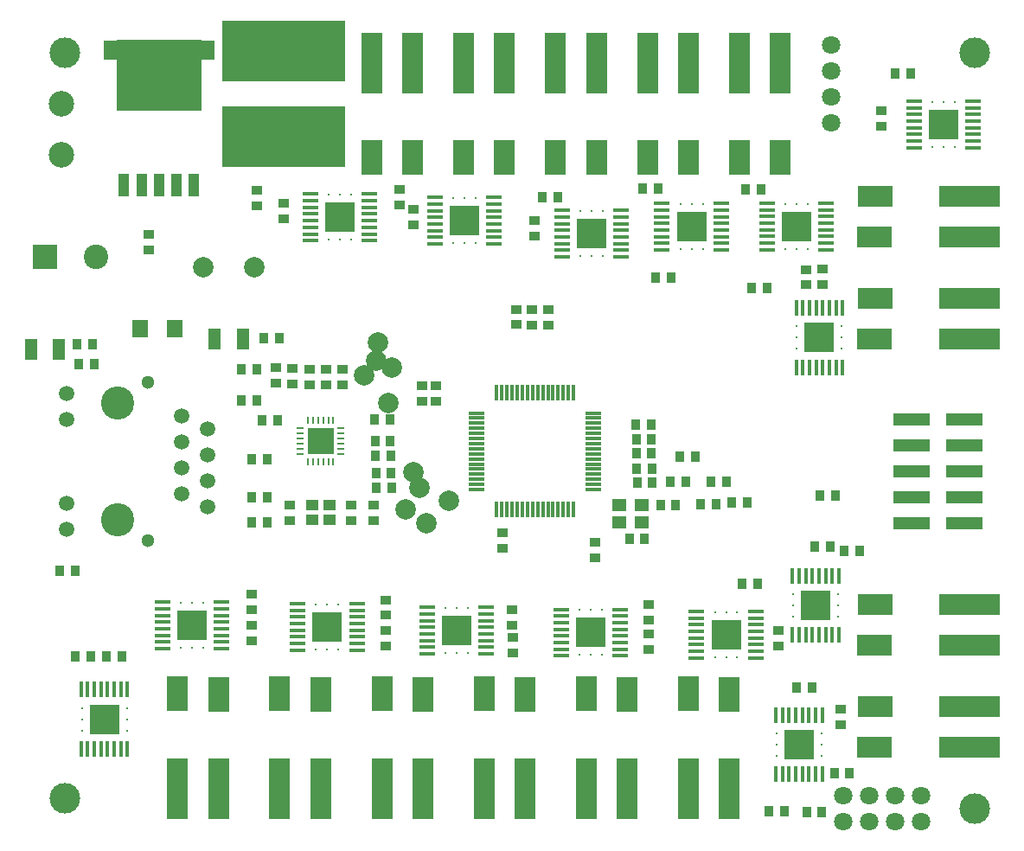
<source format=gts>
G04 #@! TF.FileFunction,Soldermask,Top*
%FSLAX46Y46*%
G04 Gerber Fmt 4.6, Leading zero omitted, Abs format (unit mm)*
G04 Created by KiCad (PCBNEW 4.0.7-e2-6376~58~ubuntu16.04.1) date Mon Aug 27 17:08:27 2018*
%MOMM*%
%LPD*%
G01*
G04 APERTURE LIST*
%ADD10C,0.050000*%
%ADD11R,0.899160X1.000760*%
%ADD12R,0.900000X1.000000*%
%ADD13C,3.000000*%
%ADD14R,1.000760X0.899160*%
%ADD15R,1.000000X0.900000*%
%ADD16R,2.400000X2.400000*%
%ADD17C,2.400000*%
%ADD18C,2.000000*%
%ADD19R,1.250000X2.000000*%
%ADD20R,1.520000X1.680000*%
%ADD21R,3.560000X1.270000*%
%ADD22R,2.000000X3.500000*%
%ADD23R,2.000000X6.000000*%
%ADD24C,1.800000*%
%ADD25R,3.500000X2.000000*%
%ADD26R,6.000000X2.000000*%
%ADD27R,12.000000X6.000000*%
%ADD28R,3.000000X3.000000*%
%ADD29C,0.300000*%
%ADD30R,1.500000X0.450000*%
%ADD31R,0.450000X1.500000*%
%ADD32R,2.499360X2.499360*%
%ADD33O,0.800100X0.248920*%
%ADD34O,0.248920X0.800100*%
%ADD35C,1.500000*%
%ADD36C,3.250000*%
%ADD37C,1.300000*%
%ADD38C,0.780000*%
%ADD39R,10.800000X1.910000*%
%ADD40R,1.070000X2.160000*%
%ADD41R,8.330000X6.990000*%
%ADD42R,1.400000X1.200000*%
%ADD43R,1.200000X1.100000*%
%ADD44R,1.500000X0.300000*%
%ADD45R,0.300000X1.500000*%
%ADD46C,2.500000*%
G04 APERTURE END LIST*
D10*
D11*
X149818160Y-80020000D03*
D12*
X151321840Y-80020000D03*
D13*
X92000000Y-131000000D03*
X92000000Y-58000000D03*
X181000000Y-132000000D03*
X181000000Y-58000000D03*
D14*
X128325000Y-92101840D03*
D15*
X128325000Y-90598160D03*
D14*
X126925000Y-92126840D03*
D15*
X126925000Y-90623160D03*
D11*
X149451840Y-98725000D03*
D12*
X147948160Y-98725000D03*
D14*
X134830000Y-106501840D03*
D15*
X134830000Y-104998160D03*
D11*
X147898160Y-95825000D03*
D12*
X149401840Y-95825000D03*
D11*
X149376840Y-94425000D03*
D12*
X147873160Y-94425000D03*
D14*
X143870000Y-107451840D03*
D15*
X143870000Y-105948160D03*
D14*
X136125000Y-83098160D03*
D15*
X136125000Y-84601840D03*
D11*
X158751840Y-102000000D03*
D12*
X157248160Y-102000000D03*
D14*
X137700000Y-83123160D03*
D15*
X137700000Y-84626840D03*
D11*
X151776840Y-102250000D03*
D12*
X150273160Y-102250000D03*
D11*
X148726840Y-105575000D03*
D12*
X147223160Y-105575000D03*
D11*
X151248160Y-100000000D03*
D12*
X152751840Y-100000000D03*
D14*
X137922000Y-74432160D03*
D15*
X137922000Y-75935840D03*
D11*
X148538160Y-71280000D03*
D12*
X150041840Y-71280000D03*
D11*
X138678160Y-72100000D03*
D12*
X140181840Y-72100000D03*
D14*
X126120000Y-73338160D03*
D15*
X126120000Y-74841840D03*
D14*
X113400000Y-72748160D03*
D15*
X113400000Y-74251840D03*
D14*
X124714000Y-72887840D03*
D15*
X124714000Y-71384160D03*
D14*
X110800000Y-72951840D03*
D15*
X110800000Y-71448160D03*
D11*
X166851840Y-106370000D03*
D12*
X165348160Y-106370000D03*
D14*
X166100000Y-79188160D03*
D15*
X166100000Y-80691840D03*
D11*
X168288160Y-106760000D03*
D12*
X169791840Y-106760000D03*
D14*
X164560000Y-80701840D03*
D15*
X164560000Y-79198160D03*
D14*
X171900000Y-63638160D03*
D15*
X171900000Y-65141840D03*
D11*
X160671840Y-81000000D03*
D12*
X159168160Y-81000000D03*
D11*
X173248160Y-60000000D03*
D12*
X174751840Y-60000000D03*
D11*
X158618160Y-71330000D03*
D12*
X160121840Y-71330000D03*
D14*
X135790000Y-116761840D03*
D15*
X135790000Y-115258160D03*
D14*
X149110000Y-116421840D03*
D15*
X149110000Y-114918160D03*
D14*
X135760000Y-112498160D03*
D15*
X135760000Y-114001840D03*
D14*
X149098000Y-112024160D03*
D15*
X149098000Y-113527840D03*
D14*
X161798000Y-116067840D03*
D15*
X161798000Y-114564160D03*
D11*
X165089840Y-120142000D03*
D12*
X163586160Y-120142000D03*
D11*
X159751840Y-110000000D03*
D12*
X158248160Y-110000000D03*
D14*
X167910000Y-123771840D03*
D15*
X167910000Y-122268160D03*
D11*
X97525840Y-117094000D03*
D12*
X96022160Y-117094000D03*
D14*
X110236000Y-115559840D03*
D15*
X110236000Y-114056160D03*
D14*
X123380000Y-116031840D03*
D15*
X123380000Y-114528160D03*
D11*
X92974160Y-117094000D03*
D12*
X94477840Y-117094000D03*
D14*
X110236000Y-111008160D03*
D15*
X110236000Y-112511840D03*
D14*
X123360000Y-113061840D03*
D15*
X123360000Y-111558160D03*
D11*
X160878160Y-132200000D03*
D12*
X162381840Y-132200000D03*
D14*
X114200000Y-88898160D03*
D15*
X114200000Y-90401840D03*
D11*
X110751840Y-89000000D03*
D12*
X109248160Y-89000000D03*
D11*
X123921840Y-99160000D03*
D12*
X122418160Y-99160000D03*
D11*
X111248160Y-94000000D03*
D12*
X112751840Y-94000000D03*
D14*
X114000000Y-102248160D03*
D15*
X114000000Y-103751840D03*
D11*
X110751840Y-92000000D03*
D12*
X109248160Y-92000000D03*
D11*
X123851840Y-97425000D03*
D12*
X122348160Y-97425000D03*
D14*
X120000000Y-103751840D03*
D15*
X120000000Y-102248160D03*
D14*
X119100000Y-88998160D03*
D15*
X119100000Y-90501840D03*
D11*
X111751840Y-97800000D03*
D12*
X110248160Y-97800000D03*
D11*
X110248160Y-101500000D03*
D12*
X111751840Y-101500000D03*
D16*
X90000000Y-78000000D03*
D17*
X95000000Y-78000000D03*
D18*
X105480000Y-79020000D03*
X110480000Y-79020000D03*
D19*
X88625000Y-87000000D03*
X91375000Y-87000000D03*
D20*
X102700000Y-85000000D03*
X99300000Y-85000000D03*
D19*
X106625000Y-86000000D03*
X109375000Y-86000000D03*
D21*
X174835000Y-96390000D03*
X174835000Y-93850000D03*
X180045000Y-93850000D03*
X180045000Y-96390000D03*
X180045000Y-104030000D03*
X180045000Y-101490000D03*
X180045000Y-98950000D03*
X174835000Y-98950000D03*
X174835000Y-101490000D03*
X174835000Y-104030000D03*
D22*
X127000000Y-120800000D03*
D23*
X127000000Y-130000000D03*
X123000000Y-130000000D03*
D22*
X123000000Y-120750000D03*
D24*
X170700000Y-130710000D03*
X168160000Y-130710000D03*
X173240000Y-130710000D03*
X175780000Y-130710000D03*
X175780000Y-133250000D03*
X173240000Y-133250000D03*
X168160000Y-133250000D03*
X170700000Y-133250000D03*
D22*
X122000000Y-68200000D03*
D23*
X122000000Y-59000000D03*
X126000000Y-59000000D03*
D22*
X126000000Y-68250000D03*
D25*
X171300000Y-122000000D03*
D26*
X180500000Y-122000000D03*
X180500000Y-126000000D03*
D25*
X171250000Y-126000000D03*
D24*
X167000000Y-64850000D03*
X167000000Y-62310000D03*
X167000000Y-57240160D03*
X167000000Y-59780160D03*
D22*
X158000000Y-68200000D03*
D23*
X158000000Y-59000000D03*
X162000000Y-59000000D03*
D22*
X162000000Y-68250000D03*
X117000000Y-120800000D03*
D23*
X117000000Y-130000000D03*
X113000000Y-130000000D03*
D22*
X113000000Y-120750000D03*
X131000000Y-68200000D03*
D23*
X131000000Y-59000000D03*
X135000000Y-59000000D03*
D22*
X135000000Y-68250000D03*
X157000000Y-120800000D03*
D23*
X157000000Y-130000000D03*
X153000000Y-130000000D03*
D22*
X153000000Y-120750000D03*
D25*
X171300000Y-72000000D03*
D26*
X180500000Y-72000000D03*
X180500000Y-76000000D03*
D25*
X171250000Y-76000000D03*
D22*
X107000000Y-120800000D03*
D23*
X107000000Y-130000000D03*
X103000000Y-130000000D03*
D22*
X103000000Y-120750000D03*
X140000000Y-68200000D03*
D23*
X140000000Y-59000000D03*
X144000000Y-59000000D03*
D22*
X144000000Y-68250000D03*
X147000000Y-120800000D03*
D23*
X147000000Y-130000000D03*
X143000000Y-130000000D03*
D22*
X143000000Y-120750000D03*
D25*
X171300000Y-82000000D03*
D26*
X180500000Y-82000000D03*
X180500000Y-86000000D03*
D25*
X171250000Y-86000000D03*
D22*
X149000000Y-68200000D03*
D23*
X149000000Y-59000000D03*
X153000000Y-59000000D03*
D22*
X153000000Y-68250000D03*
X137000000Y-120800000D03*
D23*
X137000000Y-130000000D03*
X133000000Y-130000000D03*
D22*
X133000000Y-120750000D03*
D25*
X171300000Y-112000000D03*
D26*
X180500000Y-112000000D03*
X180500000Y-116000000D03*
D25*
X171250000Y-116000000D03*
D11*
X149401840Y-97225000D03*
X147898160Y-97225000D03*
D14*
X139275000Y-84626840D03*
X139275000Y-83123160D03*
X112650000Y-90301840D03*
X112650000Y-88798160D03*
D27*
X113350000Y-57830000D03*
X113350000Y-66230000D03*
D18*
X126050000Y-99075000D03*
X126710000Y-100580000D03*
X121250000Y-89600000D03*
X129575000Y-101875000D03*
X123600000Y-92250000D03*
X127375000Y-104025000D03*
X125300000Y-102650000D03*
X122600000Y-86375000D03*
X122475000Y-88125000D03*
X124000000Y-88825000D03*
D11*
X155248160Y-100000000D03*
X156751840Y-100000000D03*
X155726840Y-102150000D03*
X154223160Y-102150000D03*
X153676840Y-97550000D03*
X152173160Y-97550000D03*
X167375840Y-101346000D03*
X165872160Y-101346000D03*
X167288160Y-128490000D03*
X168791840Y-128490000D03*
X166071840Y-132320000D03*
X164568160Y-132320000D03*
X123801840Y-93850000D03*
X122298160Y-93850000D03*
X123951840Y-100570000D03*
X122448160Y-100570000D03*
X123826840Y-96000000D03*
X122323160Y-96000000D03*
D14*
X122150000Y-103751840D03*
X122150000Y-102248160D03*
X115950000Y-90501840D03*
X115950000Y-88998160D03*
D11*
X147973160Y-100075000D03*
X149476840Y-100075000D03*
D14*
X117500000Y-90501840D03*
X117500000Y-88998160D03*
D11*
X92953840Y-108712000D03*
X91450160Y-108712000D03*
X94811840Y-88440000D03*
X93308160Y-88440000D03*
X94641840Y-86550000D03*
X93138160Y-86550000D03*
D14*
X100200000Y-77251840D03*
X100200000Y-75748160D03*
D11*
X112951840Y-85900000D03*
X111448160Y-85900000D03*
D28*
X153310000Y-75020000D03*
D29*
X153310000Y-77220000D03*
X152210000Y-77220000D03*
X154410000Y-77220000D03*
X154410000Y-72820000D03*
X152210000Y-72820000D03*
X153310000Y-72820000D03*
X153310000Y-73920000D03*
X152210000Y-73920000D03*
X154410000Y-73920000D03*
X154410000Y-76120000D03*
X152210000Y-76120000D03*
X153310000Y-76120000D03*
D30*
X150410000Y-76645000D03*
X150410000Y-77295000D03*
X150410000Y-75995000D03*
X150410000Y-75345000D03*
X150410000Y-72745000D03*
X150410000Y-73395000D03*
X150410000Y-74695000D03*
X150410000Y-74045000D03*
X156210000Y-74045000D03*
X156210000Y-74695000D03*
X156210000Y-73395000D03*
X156210000Y-72745000D03*
X156210000Y-75345000D03*
X156210000Y-75995000D03*
X156210000Y-77295000D03*
X156210000Y-76645000D03*
D29*
X153310000Y-75020000D03*
X152210000Y-75020000D03*
X154410000Y-75020000D03*
D28*
X143510000Y-75692000D03*
D29*
X143510000Y-77892000D03*
X142410000Y-77892000D03*
X144610000Y-77892000D03*
X144610000Y-73492000D03*
X142410000Y-73492000D03*
X143510000Y-73492000D03*
X143510000Y-74592000D03*
X142410000Y-74592000D03*
X144610000Y-74592000D03*
X144610000Y-76792000D03*
X142410000Y-76792000D03*
X143510000Y-76792000D03*
D30*
X140610000Y-77317000D03*
X140610000Y-77967000D03*
X140610000Y-76667000D03*
X140610000Y-76017000D03*
X140610000Y-73417000D03*
X140610000Y-74067000D03*
X140610000Y-75367000D03*
X140610000Y-74717000D03*
X146410000Y-74717000D03*
X146410000Y-75367000D03*
X146410000Y-74067000D03*
X146410000Y-73417000D03*
X146410000Y-76017000D03*
X146410000Y-76667000D03*
X146410000Y-77967000D03*
X146410000Y-77317000D03*
D29*
X143510000Y-75692000D03*
X142410000Y-75692000D03*
X144610000Y-75692000D03*
D28*
X131064000Y-74422000D03*
D29*
X131064000Y-76622000D03*
X129964000Y-76622000D03*
X132164000Y-76622000D03*
X132164000Y-72222000D03*
X129964000Y-72222000D03*
X131064000Y-72222000D03*
X131064000Y-73322000D03*
X129964000Y-73322000D03*
X132164000Y-73322000D03*
X132164000Y-75522000D03*
X129964000Y-75522000D03*
X131064000Y-75522000D03*
D30*
X128164000Y-76047000D03*
X128164000Y-76697000D03*
X128164000Y-75397000D03*
X128164000Y-74747000D03*
X128164000Y-72147000D03*
X128164000Y-72797000D03*
X128164000Y-74097000D03*
X128164000Y-73447000D03*
X133964000Y-73447000D03*
X133964000Y-74097000D03*
X133964000Y-72797000D03*
X133964000Y-72147000D03*
X133964000Y-74747000D03*
X133964000Y-75397000D03*
X133964000Y-76697000D03*
X133964000Y-76047000D03*
D29*
X131064000Y-74422000D03*
X129964000Y-74422000D03*
X132164000Y-74422000D03*
D28*
X118900000Y-74100000D03*
D29*
X118900000Y-76300000D03*
X117800000Y-76300000D03*
X120000000Y-76300000D03*
X120000000Y-71900000D03*
X117800000Y-71900000D03*
X118900000Y-71900000D03*
X118900000Y-73000000D03*
X117800000Y-73000000D03*
X120000000Y-73000000D03*
X120000000Y-75200000D03*
X117800000Y-75200000D03*
X118900000Y-75200000D03*
D30*
X116000000Y-75725000D03*
X116000000Y-76375000D03*
X116000000Y-75075000D03*
X116000000Y-74425000D03*
X116000000Y-71825000D03*
X116000000Y-72475000D03*
X116000000Y-73775000D03*
X116000000Y-73125000D03*
X121800000Y-73125000D03*
X121800000Y-73775000D03*
X121800000Y-72475000D03*
X121800000Y-71825000D03*
X121800000Y-74425000D03*
X121800000Y-75075000D03*
X121800000Y-76375000D03*
X121800000Y-75725000D03*
D29*
X118900000Y-74100000D03*
X117800000Y-74100000D03*
X120000000Y-74100000D03*
D28*
X165470000Y-112090000D03*
D29*
X163270000Y-112090000D03*
X163270000Y-110990000D03*
X163270000Y-113190000D03*
X167670000Y-113190000D03*
X167670000Y-110990000D03*
X167670000Y-112090000D03*
X166570000Y-112090000D03*
X166570000Y-110990000D03*
X166570000Y-113190000D03*
X164370000Y-113190000D03*
X164370000Y-110990000D03*
X164370000Y-112090000D03*
D31*
X163845000Y-109190000D03*
X163195000Y-109190000D03*
X164495000Y-109190000D03*
X165145000Y-109190000D03*
X167745000Y-109190000D03*
X167095000Y-109190000D03*
X165795000Y-109190000D03*
X166445000Y-109190000D03*
X166445000Y-114990000D03*
X165795000Y-114990000D03*
X167095000Y-114990000D03*
X167745000Y-114990000D03*
X165145000Y-114990000D03*
X164495000Y-114990000D03*
X163195000Y-114990000D03*
X163845000Y-114990000D03*
D29*
X165470000Y-112090000D03*
X165470000Y-110990000D03*
X165470000Y-113190000D03*
D28*
X165825000Y-85875000D03*
D29*
X163625000Y-85875000D03*
X163625000Y-84775000D03*
X163625000Y-86975000D03*
X168025000Y-86975000D03*
X168025000Y-84775000D03*
X168025000Y-85875000D03*
X166925000Y-85875000D03*
X166925000Y-84775000D03*
X166925000Y-86975000D03*
X164725000Y-86975000D03*
X164725000Y-84775000D03*
X164725000Y-85875000D03*
D31*
X164200000Y-82975000D03*
X163550000Y-82975000D03*
X164850000Y-82975000D03*
X165500000Y-82975000D03*
X168100000Y-82975000D03*
X167450000Y-82975000D03*
X166150000Y-82975000D03*
X166800000Y-82975000D03*
X166800000Y-88775000D03*
X166150000Y-88775000D03*
X167450000Y-88775000D03*
X168100000Y-88775000D03*
X165500000Y-88775000D03*
X164850000Y-88775000D03*
X163550000Y-88775000D03*
X164200000Y-88775000D03*
D29*
X165825000Y-85875000D03*
X165825000Y-84775000D03*
X165825000Y-86975000D03*
D28*
X178000000Y-65000000D03*
D29*
X178000000Y-67200000D03*
X176900000Y-67200000D03*
X179100000Y-67200000D03*
X179100000Y-62800000D03*
X176900000Y-62800000D03*
X178000000Y-62800000D03*
X178000000Y-63900000D03*
X176900000Y-63900000D03*
X179100000Y-63900000D03*
X179100000Y-66100000D03*
X176900000Y-66100000D03*
X178000000Y-66100000D03*
D30*
X175100000Y-66625000D03*
X175100000Y-67275000D03*
X175100000Y-65975000D03*
X175100000Y-65325000D03*
X175100000Y-62725000D03*
X175100000Y-63375000D03*
X175100000Y-64675000D03*
X175100000Y-64025000D03*
X180900000Y-64025000D03*
X180900000Y-64675000D03*
X180900000Y-63375000D03*
X180900000Y-62725000D03*
X180900000Y-65325000D03*
X180900000Y-65975000D03*
X180900000Y-67275000D03*
X180900000Y-66625000D03*
D29*
X178000000Y-65000000D03*
X176900000Y-65000000D03*
X179100000Y-65000000D03*
D28*
X163575000Y-75000000D03*
D29*
X163575000Y-77200000D03*
X162475000Y-77200000D03*
X164675000Y-77200000D03*
X164675000Y-72800000D03*
X162475000Y-72800000D03*
X163575000Y-72800000D03*
X163575000Y-73900000D03*
X162475000Y-73900000D03*
X164675000Y-73900000D03*
X164675000Y-76100000D03*
X162475000Y-76100000D03*
X163575000Y-76100000D03*
D30*
X160675000Y-76625000D03*
X160675000Y-77275000D03*
X160675000Y-75975000D03*
X160675000Y-75325000D03*
X160675000Y-72725000D03*
X160675000Y-73375000D03*
X160675000Y-74675000D03*
X160675000Y-74025000D03*
X166475000Y-74025000D03*
X166475000Y-74675000D03*
X166475000Y-73375000D03*
X166475000Y-72725000D03*
X166475000Y-75325000D03*
X166475000Y-75975000D03*
X166475000Y-77275000D03*
X166475000Y-76625000D03*
D29*
X163575000Y-75000000D03*
X162475000Y-75000000D03*
X164675000Y-75000000D03*
D28*
X130302000Y-114554000D03*
D29*
X130302000Y-112354000D03*
X131402000Y-112354000D03*
X129202000Y-112354000D03*
X129202000Y-116754000D03*
X131402000Y-116754000D03*
X130302000Y-116754000D03*
X130302000Y-115654000D03*
X131402000Y-115654000D03*
X129202000Y-115654000D03*
X129202000Y-113454000D03*
X131402000Y-113454000D03*
X130302000Y-113454000D03*
D30*
X133202000Y-112929000D03*
X133202000Y-112279000D03*
X133202000Y-113579000D03*
X133202000Y-114229000D03*
X133202000Y-116829000D03*
X133202000Y-116179000D03*
X133202000Y-114879000D03*
X133202000Y-115529000D03*
X127402000Y-115529000D03*
X127402000Y-114879000D03*
X127402000Y-116179000D03*
X127402000Y-116829000D03*
X127402000Y-114229000D03*
X127402000Y-113579000D03*
X127402000Y-112279000D03*
X127402000Y-112929000D03*
D29*
X130302000Y-114554000D03*
X131402000Y-114554000D03*
X129202000Y-114554000D03*
D28*
X143440000Y-114750000D03*
D29*
X143440000Y-112550000D03*
X144540000Y-112550000D03*
X142340000Y-112550000D03*
X142340000Y-116950000D03*
X144540000Y-116950000D03*
X143440000Y-116950000D03*
X143440000Y-115850000D03*
X144540000Y-115850000D03*
X142340000Y-115850000D03*
X142340000Y-113650000D03*
X144540000Y-113650000D03*
X143440000Y-113650000D03*
D30*
X146340000Y-113125000D03*
X146340000Y-112475000D03*
X146340000Y-113775000D03*
X146340000Y-114425000D03*
X146340000Y-117025000D03*
X146340000Y-116375000D03*
X146340000Y-115075000D03*
X146340000Y-115725000D03*
X140540000Y-115725000D03*
X140540000Y-115075000D03*
X140540000Y-116375000D03*
X140540000Y-117025000D03*
X140540000Y-114425000D03*
X140540000Y-113775000D03*
X140540000Y-112475000D03*
X140540000Y-113125000D03*
D29*
X143440000Y-114750000D03*
X144540000Y-114750000D03*
X142340000Y-114750000D03*
D28*
X156690000Y-114950000D03*
D29*
X156690000Y-112750000D03*
X157790000Y-112750000D03*
X155590000Y-112750000D03*
X155590000Y-117150000D03*
X157790000Y-117150000D03*
X156690000Y-117150000D03*
X156690000Y-116050000D03*
X157790000Y-116050000D03*
X155590000Y-116050000D03*
X155590000Y-113850000D03*
X157790000Y-113850000D03*
X156690000Y-113850000D03*
D30*
X159590000Y-113325000D03*
X159590000Y-112675000D03*
X159590000Y-113975000D03*
X159590000Y-114625000D03*
X159590000Y-117225000D03*
X159590000Y-116575000D03*
X159590000Y-115275000D03*
X159590000Y-115925000D03*
X153790000Y-115925000D03*
X153790000Y-115275000D03*
X153790000Y-116575000D03*
X153790000Y-117225000D03*
X153790000Y-114625000D03*
X153790000Y-113975000D03*
X153790000Y-112675000D03*
X153790000Y-113325000D03*
D29*
X156690000Y-114950000D03*
X157790000Y-114950000D03*
X155590000Y-114950000D03*
D28*
X163830000Y-125730000D03*
D29*
X161630000Y-125730000D03*
X161630000Y-124630000D03*
X161630000Y-126830000D03*
X166030000Y-126830000D03*
X166030000Y-124630000D03*
X166030000Y-125730000D03*
X164930000Y-125730000D03*
X164930000Y-124630000D03*
X164930000Y-126830000D03*
X162730000Y-126830000D03*
X162730000Y-124630000D03*
X162730000Y-125730000D03*
D31*
X162205000Y-122830000D03*
X161555000Y-122830000D03*
X162855000Y-122830000D03*
X163505000Y-122830000D03*
X166105000Y-122830000D03*
X165455000Y-122830000D03*
X164155000Y-122830000D03*
X164805000Y-122830000D03*
X164805000Y-128630000D03*
X164155000Y-128630000D03*
X165455000Y-128630000D03*
X166105000Y-128630000D03*
X163505000Y-128630000D03*
X162855000Y-128630000D03*
X161555000Y-128630000D03*
X162205000Y-128630000D03*
D29*
X163830000Y-125730000D03*
X163830000Y-124630000D03*
X163830000Y-126830000D03*
D28*
X95825000Y-123225000D03*
D29*
X93625000Y-123225000D03*
X93625000Y-122125000D03*
X93625000Y-124325000D03*
X98025000Y-124325000D03*
X98025000Y-122125000D03*
X98025000Y-123225000D03*
X96925000Y-123225000D03*
X96925000Y-122125000D03*
X96925000Y-124325000D03*
X94725000Y-124325000D03*
X94725000Y-122125000D03*
X94725000Y-123225000D03*
D31*
X94200000Y-120325000D03*
X93550000Y-120325000D03*
X94850000Y-120325000D03*
X95500000Y-120325000D03*
X98100000Y-120325000D03*
X97450000Y-120325000D03*
X96150000Y-120325000D03*
X96800000Y-120325000D03*
X96800000Y-126125000D03*
X96150000Y-126125000D03*
X97450000Y-126125000D03*
X98100000Y-126125000D03*
X95500000Y-126125000D03*
X94850000Y-126125000D03*
X93550000Y-126125000D03*
X94200000Y-126125000D03*
D29*
X95825000Y-123225000D03*
X95825000Y-122125000D03*
X95825000Y-124325000D03*
D28*
X104394000Y-114046000D03*
D29*
X104394000Y-111846000D03*
X105494000Y-111846000D03*
X103294000Y-111846000D03*
X103294000Y-116246000D03*
X105494000Y-116246000D03*
X104394000Y-116246000D03*
X104394000Y-115146000D03*
X105494000Y-115146000D03*
X103294000Y-115146000D03*
X103294000Y-112946000D03*
X105494000Y-112946000D03*
X104394000Y-112946000D03*
D30*
X107294000Y-112421000D03*
X107294000Y-111771000D03*
X107294000Y-113071000D03*
X107294000Y-113721000D03*
X107294000Y-116321000D03*
X107294000Y-115671000D03*
X107294000Y-114371000D03*
X107294000Y-115021000D03*
X101494000Y-115021000D03*
X101494000Y-114371000D03*
X101494000Y-115671000D03*
X101494000Y-116321000D03*
X101494000Y-113721000D03*
X101494000Y-113071000D03*
X101494000Y-111771000D03*
X101494000Y-112421000D03*
D29*
X104394000Y-114046000D03*
X105494000Y-114046000D03*
X103294000Y-114046000D03*
D28*
X117650000Y-114180000D03*
D29*
X117650000Y-111980000D03*
X118750000Y-111980000D03*
X116550000Y-111980000D03*
X116550000Y-116380000D03*
X118750000Y-116380000D03*
X117650000Y-116380000D03*
X117650000Y-115280000D03*
X118750000Y-115280000D03*
X116550000Y-115280000D03*
X116550000Y-113080000D03*
X118750000Y-113080000D03*
X117650000Y-113080000D03*
D30*
X120550000Y-112555000D03*
X120550000Y-111905000D03*
X120550000Y-113205000D03*
X120550000Y-113855000D03*
X120550000Y-116455000D03*
X120550000Y-115805000D03*
X120550000Y-114505000D03*
X120550000Y-115155000D03*
X114750000Y-115155000D03*
X114750000Y-114505000D03*
X114750000Y-115805000D03*
X114750000Y-116455000D03*
X114750000Y-113855000D03*
X114750000Y-113205000D03*
X114750000Y-111905000D03*
X114750000Y-112555000D03*
D29*
X117650000Y-114180000D03*
X118750000Y-114180000D03*
X116550000Y-114180000D03*
D32*
X117000000Y-96000000D03*
D33*
X115001020Y-94750320D03*
X115001020Y-95250700D03*
X115001020Y-95751080D03*
X115001020Y-96248920D03*
X115001020Y-96749300D03*
X115001020Y-97249680D03*
D34*
X115750320Y-97998980D03*
X116250700Y-97998980D03*
X116751080Y-97998980D03*
X117248920Y-97998980D03*
X117749300Y-97998980D03*
X118249680Y-97998980D03*
D33*
X118998980Y-97249680D03*
X118998980Y-96749300D03*
X118998980Y-96248920D03*
X118998980Y-95751080D03*
X118998980Y-95250700D03*
X118998980Y-94750320D03*
D34*
X118249680Y-94001020D03*
X117749300Y-94001020D03*
X117248920Y-94001020D03*
X116751080Y-94001020D03*
X116250700Y-94001020D03*
X115750320Y-94001020D03*
D35*
X92100000Y-91375000D03*
X92100000Y-93915000D03*
X92100000Y-102085000D03*
X92100000Y-104625000D03*
X103350000Y-93560000D03*
X103350000Y-98630000D03*
X103350000Y-96100000D03*
X103350000Y-101170000D03*
X105890000Y-94820000D03*
X105890000Y-99900000D03*
X105890000Y-97360000D03*
D36*
X97132080Y-103715000D03*
X97132080Y-92285000D03*
D37*
X100050000Y-90255000D03*
X100050000Y-105745000D03*
D35*
X105890000Y-102440000D03*
D38*
X105660000Y-57900000D03*
X96660000Y-57900000D03*
X104160000Y-62400000D03*
X104160000Y-60900000D03*
X104160000Y-59400000D03*
X104160000Y-57900000D03*
X101160000Y-62400000D03*
X101160000Y-60900000D03*
X101160000Y-59400000D03*
X101160000Y-57900000D03*
X102660000Y-57900000D03*
X102660000Y-59400000D03*
X102660000Y-60900000D03*
X102660000Y-62400000D03*
X99660000Y-62400000D03*
X99660000Y-60900000D03*
X99660000Y-59400000D03*
X99660000Y-57900000D03*
X98160000Y-57900000D03*
X98160000Y-59400000D03*
X98160000Y-60900000D03*
D39*
X101160000Y-57690000D03*
D40*
X102860000Y-70900000D03*
X104560000Y-70900000D03*
X101160000Y-70900000D03*
X99460000Y-70900000D03*
X97760000Y-70900000D03*
D41*
X101160000Y-60225000D03*
D38*
X98160000Y-62400000D03*
D41*
X101160000Y-60225000D03*
D39*
X101160000Y-57690000D03*
D42*
X148425000Y-102225000D03*
X146225000Y-102225000D03*
X148425000Y-103925000D03*
X146225000Y-103925000D03*
D43*
X116150000Y-103700000D03*
X117850000Y-103700000D03*
X116150000Y-102300000D03*
X117850000Y-102300000D03*
D44*
X143700000Y-94750000D03*
X143700000Y-94250000D03*
X143700000Y-93250000D03*
X143700000Y-93750000D03*
D45*
X134750000Y-102700000D03*
X134250000Y-102700000D03*
X135750000Y-102700000D03*
X135250000Y-102700000D03*
D44*
X132300000Y-99250000D03*
X132300000Y-99750000D03*
X132300000Y-100250000D03*
X132300000Y-100750000D03*
D45*
X134250000Y-91300000D03*
X135750000Y-91300000D03*
X135250000Y-91300000D03*
X134750000Y-91300000D03*
D44*
X143700000Y-95750000D03*
X143700000Y-95250000D03*
X143700000Y-96250000D03*
X143700000Y-96750000D03*
D45*
X138750000Y-102700000D03*
X139250000Y-102700000D03*
X140250000Y-102700000D03*
X139750000Y-102700000D03*
X137250000Y-102700000D03*
X138250000Y-102700000D03*
X137750000Y-102700000D03*
X136250000Y-102700000D03*
X136750000Y-102700000D03*
D44*
X132300000Y-98750000D03*
X132300000Y-98250000D03*
D45*
X136750000Y-91300000D03*
X137250000Y-91300000D03*
X138250000Y-91300000D03*
X137750000Y-91300000D03*
X139250000Y-91300000D03*
X139750000Y-91300000D03*
X138750000Y-91300000D03*
X141250000Y-91300000D03*
X141750000Y-91300000D03*
X140750000Y-91300000D03*
X140250000Y-91300000D03*
D44*
X143700000Y-97250000D03*
X143700000Y-97750000D03*
X143700000Y-98750000D03*
X143700000Y-98250000D03*
X143700000Y-99750000D03*
X143700000Y-100250000D03*
X143700000Y-99250000D03*
D45*
X141250000Y-102700000D03*
X140750000Y-102700000D03*
X141750000Y-102700000D03*
D44*
X143700000Y-100750000D03*
X132300000Y-96250000D03*
X132300000Y-96750000D03*
X132300000Y-97750000D03*
X132300000Y-97250000D03*
X132300000Y-94750000D03*
X132300000Y-95750000D03*
X132300000Y-95250000D03*
X132300000Y-93750000D03*
X132300000Y-94250000D03*
X132300000Y-93250000D03*
D45*
X136250000Y-91300000D03*
D11*
X110248160Y-104000000D03*
X111751840Y-104000000D03*
D46*
X91660000Y-62970000D03*
X91660000Y-67970000D03*
M02*

</source>
